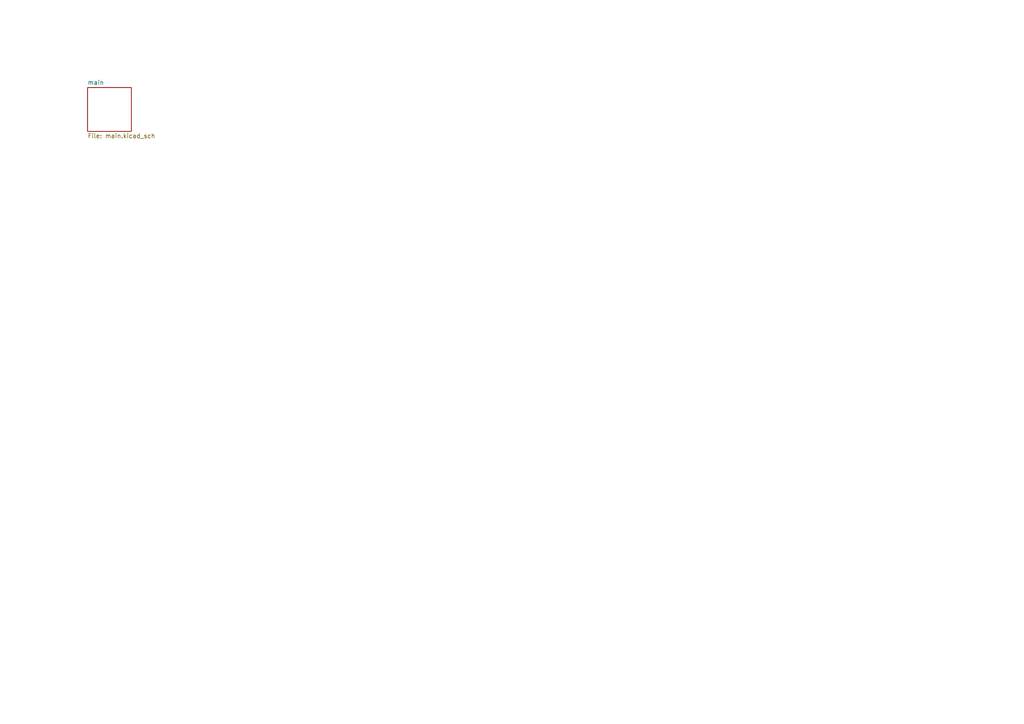
<source format=kicad_sch>
(kicad_sch
	(version 20250114)
	(generator "eeschema")
	(generator_version "9.0")
	(uuid "e70b5343-6e83-46b0-b96e-745e0612c526")
	(paper "A4")
	(lib_symbols)
	(sheet
		(at 25.4 25.4)
		(size 12.7 12.7)
		(exclude_from_sim no)
		(in_bom yes)
		(on_board yes)
		(dnp no)
		(fields_autoplaced yes)
		(stroke
			(width 0.1524)
			(type solid)
		)
		(fill
			(color 0 0 0 0.0000)
		)
		(uuid "9a27d9c3-2260-4575-8c04-ae473aff735e")
		(property "Sheetname" "main"
			(at 25.4 24.6884 0)
			(effects
				(font
					(size 1.27 1.27)
				)
				(justify left bottom)
			)
		)
		(property "Sheetfile" "main.kicad_sch"
			(at 25.4 38.6846 0)
			(effects
				(font
					(size 1.27 1.27)
				)
				(justify left top)
			)
		)
		(instances
			(project "NiController_main"
				(path "/e70b5343-6e83-46b0-b96e-745e0612c526"
					(page "2")
				)
			)
		)
	)
	(sheet_instances
		(path "/"
			(page "1")
		)
	)
	(embedded_fonts no)
)

</source>
